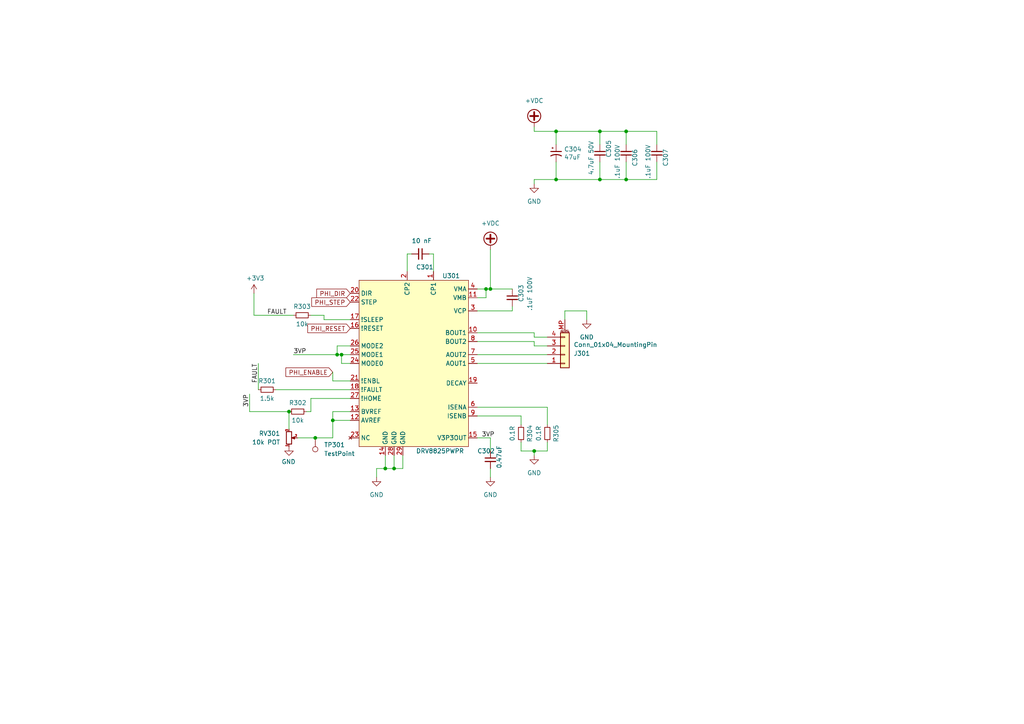
<source format=kicad_sch>
(kicad_sch (version 20250114) (generator "eeschema") (generator_version "9.0")
  (paper "A4")
  (lib_symbols
    (symbol "Connector:TestPoint" (pin_numbers (hide yes)) (pin_names (offset 0.762) (hide yes))
      (property "Reference" "TP" (at 0 6.858 0))
      (property "Value" "TestPoint" (at 0 5.08 0))
      (symbol "TestPoint_0_1"
        (circle (center 0 3.302) (radius 0.762))
      )
      (symbol "TestPoint_1_1"
        (pin passive line (at 0 0 90) (length 2.54) (name "1") (number "1"))
      )
    )
    (symbol "Connector_Generic_MountingPin:Conn_01x04_MountingPin" (pin_names (offset 1.016) (hide yes))
      (property "Reference" "J" (at 0 5.08 0))
      (property "Value" "Conn_01x04_MountingPin" (at 1.27 -7.62 0))
      (symbol "Conn_01x04_MountingPin_1_1"
        (rectangle (start -1.27 3.81) (end 1.27 -6.35) (stroke (width 0.254)) (fill (type background)))
        (rectangle (start -1.27 2.667) (end 0 2.413) (stroke (width 0.1524)))
        (rectangle (start -1.27 0.127) (end 0 -0.127) (stroke (width 0.1524)))
        (rectangle (start -1.27 -2.413) (end 0 -2.667) (stroke (width 0.1524)))
        (rectangle (start -1.27 -4.953) (end 0 -5.207) (stroke (width 0.1524)))
        (polyline (pts (xy -1.016 -7.112) (xy 1.016 -7.112)) (stroke (width 0.1524)))
        (text "Mounting" (at 0 -6.731 0) (effects (font (size 0.381 0.381))))
        (pin passive line (at -5.08 2.54 0) (length 3.81) (name "Pin_1") (number "1"))
        (pin passive line (at -5.08 0 0) (length 3.81) (name "Pin_2") (number "2"))
        (pin passive line (at -5.08 -2.54 0) (length 3.81) (name "Pin_3") (number "3"))
        (pin passive line (at -5.08 -5.08 0) (length 3.81) (name "Pin_4") (number "4"))
        (pin passive line (at 0 -10.16 90) (length 3.048) (name "MountPin") (number "MP"))
      )
    )
    (symbol "Device:CP1_Small" (pin_numbers (hide yes)) (pin_names (offset 0.254) (hide yes))
      (property "Reference" "C" (at 0.254 1.778 0))
      (property "Value" "CP1_Small" (at 0.254 -2.032 0))
      (symbol "CP1_Small_0_1"
        (polyline (pts (xy -1.524 0.508) (xy 1.524 0.508)) (stroke (width 0.3048)))
        (polyline (pts (xy -1.27 1.524) (xy -0.762 1.524)))
        (polyline (pts (xy -1.016 1.27) (xy -1.016 1.778)))
        (arc (start -1.524 -0.762) (mid 0 -0.3734) (end 1.524 -0.762) (stroke (width 0.3048)))
      )
      (symbol "CP1_Small_1_1"
        (pin passive line (at 0 2.54 270) (length 2.032) (name "~") (number "1"))
        (pin passive line (at 0 -2.54 90) (length 2.032) (name "~") (number "2"))
      )
    )
    (symbol "Device:C_Small" (pin_numbers (hide yes)) (pin_names (offset 0.254) (hide yes))
      (property "Reference" "C" (at 0.254 1.778 0))
      (property "Value" "C_Small" (at 0.254 -2.032 0))
      (symbol "C_Small_0_1"
        (polyline (pts (xy -1.524 0.508) (xy 1.524 0.508)) (stroke (width 0.3048)))
        (polyline (pts (xy -1.524 -0.508) (xy 1.524 -0.508)) (stroke (width 0.3302)))
      )
      (symbol "C_Small_1_1"
        (pin passive line (at 0 2.54 270) (length 2.032) (name "~") (number "1"))
        (pin passive line (at 0 -2.54 90) (length 2.032) (name "~") (number "2"))
      )
    )
    (symbol "Device:R_POT_Small" (pin_names (offset 1.016) (hide yes))
      (property "Reference" "RV" (at -4.445 0 90))
      (property "Value" "R_POT_Small" (at -2.54 0 90))
      (symbol "R_POT_Small_0_1"
        (rectangle (start 0.762 1.8034) (end -0.762 -1.8034) (stroke (width 0.254)))
        (polyline (pts (xy 0.889 0) (xy 0.635 0) (xy 1.651 0.381) (xy 1.651 -0.381) (xy 0.635 0) (xy 0.889 0)) (fill (type outline)))
      )
      (symbol "R_POT_Small_1_1"
        (pin passive line (at 0 2.54 270) (length 0.635) (name "1") (number "1"))
        (pin passive line (at 0 -2.54 90) (length 0.635) (name "3") (number "3"))
        (pin passive line (at 2.54 0 180) (length 0.9906) (name "2") (number "2"))
      )
    )
    (symbol "Device:R_Small" (pin_numbers (hide yes)) (pin_names (offset 0.254) (hide yes))
      (property "Reference" "R" (at 0.762 0.508 0))
      (property "Value" "R_Small" (at 0.762 -1.016 0))
      (symbol "R_Small_0_1"
        (rectangle (start -0.762 1.778) (end 0.762 -1.778) (stroke (width 0.2032)))
      )
      (symbol "R_Small_1_1"
        (pin passive line (at 0 2.54 270) (length 0.762) (name "~") (number "1"))
        (pin passive line (at 0 -2.54 90) (length 0.762) (name "~") (number "2"))
      )
    )
    (symbol "Driver_Motor:DRV8825PWPR"
      (property "Reference" "U1" (at 7.62 21.59 0))
      (property "Value" "DRV8825PWPR" (at 0 -29.21 0))
      (symbol "DRV8825PWPR_0_0"
        (pin input line (at -19.05 16.51 0) (length 2.54) (name "DIR") (number "20"))
        (pin input line (at -19.05 13.97 0) (length 2.54) (name "STEP") (number "22"))
        (pin input line (at -19.05 8.89 0) (length 2.54) (name "!SLEEP") (number "17"))
        (pin input line (at -19.05 6.35 0) (length 2.54) (name "!RESET") (number "16"))
        (pin input line (at -19.05 1.27 0) (length 2.54) (name "MODE2") (number "26"))
        (pin input line (at -19.05 -1.27 0) (length 2.54) (name "MODE1") (number "25"))
        (pin input line (at -19.05 -3.81 0) (length 2.54) (name "MODE0") (number "24"))
        (pin input line (at -19.05 -8.89 0) (length 2.54) (name "!ENBL") (number "21"))
        (pin input line (at -19.05 -11.43 0) (length 2.54) (name "!FAULT") (number "18"))
        (pin input line (at -19.05 -13.97 0) (length 2.54) (name "!HOME") (number "27"))
        (pin input line (at -19.05 -17.78 0) (length 2.54) (name "BVREF") (number "13"))
        (pin input line (at -19.05 -20.32 0) (length 2.54) (name "AVREF") (number "12"))
        (pin no_connect line (at -19.05 -25.4 0) (length 2.54) (name "NC") (number "23"))
        (pin input line (at -8.89 -30.48 90) (length 2.54) (name "GND") (number "14"))
        (pin input line (at -6.35 -30.48 90) (length 2.54) (name "GND") (number "28"))
        (pin input line (at -3.81 -30.48 90) (length 2.54) (name "GND") (number "29"))
        (pin passive line (at -2.54 22.86 270) (length 2.54) (name "CP2") (number "2"))
        (pin passive line (at 5.08 22.86 270) (length 2.54) (name "CP1") (number "1"))
        (pin power_in line (at 17.78 17.78 180) (length 2.54) (name "VMA") (number "4"))
        (pin power_in line (at 17.78 15.24 180) (length 2.54) (name "VMB") (number "11"))
        (pin power_in line (at 17.78 11.43 180) (length 2.54) (name "VCP") (number "3"))
        (pin output line (at 17.78 5.08 180) (length 2.54) (name "BOUT1") (number "10"))
        (pin output line (at 17.78 2.54 180) (length 2.54) (name "BOUT2") (number "8"))
        (pin output line (at 17.78 -1.27 180) (length 2.54) (name "AOUT2") (number "7"))
        (pin output line (at 17.78 -3.81 180) (length 2.54) (name "AOUT1") (number "5"))
        (pin input line (at 17.78 -9.525 180) (length 2.54) (name "DECAY") (number "19"))
        (pin input line (at 17.78 -16.51 180) (length 2.54) (name "ISENA") (number "6"))
        (pin input line (at 17.78 -19.05 180) (length 2.54) (name "ISENB") (number "9"))
        (pin input line (at 17.78 -25.4 180) (length 2.54) (name "V3P3OUT") (number "15"))
      )
      (symbol "DRV8825PWPR_0_1"
        (rectangle (start -16.51 20.32) (end 15.24 -27.94) (fill (type background)))
      )
    )
    (symbol "power:+3.3V" (power) (pin_names (offset 0))
      (property "Value" "+3.3V" (at 0 3.556 0))
      (symbol "+3.3V_0_1"
        (polyline (pts (xy -0.762 1.27) (xy 0 2.54)))
        (polyline (pts (xy 0 2.54) (xy 0.762 1.27)))
        (polyline (pts (xy 0 0) (xy 0 2.54)))
      )
      (symbol "+3.3V_1_1"
        (pin power_in line (at 0 0 90) (length 0) (hide yes) (name "+3V3") (number "1"))
      )
    )
    (symbol "power:+VDC" (power) (pin_names (offset 0))
      (property "Value" "+VDC" (at 0 6.35 0))
      (symbol "+VDC_0_1"
        (polyline (pts (xy -1.143 3.175) (xy 1.143 3.175)) (stroke (width 0.508)))
        (circle (center 0 3.175) (radius 1.905) (stroke (width 0.254)))
        (polyline (pts (xy 0 2.032) (xy 0 4.318)) (stroke (width 0.508)))
        (polyline (pts (xy 0 0) (xy 0 1.27)))
      )
      (symbol "+VDC_1_1"
        (pin power_in line (at 0 0 90) (length 0) (hide yes) (name "+VDC") (number "1"))
      )
    )
    (symbol "power:GND" (power) (pin_names (offset 0))
      (property "Value" "GND" (at 0 -3.81 0))
      (symbol "GND_0_1"
        (polyline (pts (xy 0 0) (xy 0 -1.27) (xy 1.27 -1.27) (xy 0 -2.54) (xy -1.27 -1.27) (xy 0 -1.27)))
      )
      (symbol "GND_1_1"
        (pin power_in line (at 0 0 270) (length 0) (hide yes) (name "GND") (number "1"))
      )
    )
  )
  (junction (at 83.82 119.38))
  (junction (at 181.61 52.07))
  (junction (at 181.61 38.1))
  (junction (at 97.79 102.87))
  (junction (at 96.52 121.92))
  (junction (at 161.29 52.07))
  (junction (at 173.99 38.1))
  (junction (at 173.99 52.07))
  (junction (at 142.24 83.82))
  (junction (at 161.29 38.1))
  (junction (at 111.76 135.89))
  (junction (at 99.06 102.87))
  (junction (at 154.94 130.81))
  (junction (at 140.97 83.82))
  (junction (at 91.44 127))
  (junction (at 114.3 135.89))
  (wire (pts (xy 158.75 130.81) (xy 158.75 128.27)))
  (wire (pts (xy 154.94 130.81) (xy 158.75 130.81)))
  (wire (pts (xy 91.44 127) (xy 96.52 127)))
  (wire (pts (xy 80.01 113.03) (xy 101.6 113.03)))
  (wire (pts (xy 97.79 102.87) (xy 99.06 102.87)))
  (wire (pts (xy 114.3 132.08) (xy 114.3 135.89)))
  (wire (pts (xy 181.61 46.99) (xy 181.61 52.07)))
  (wire (pts (xy 114.3 135.89) (xy 111.76 135.89)))
  (wire (pts (xy 151.13 128.27) (xy 151.13 130.81)))
  (wire (pts (xy 99.06 102.87) (xy 101.6 102.87)))
  (wire (pts (xy 96.52 119.38) (xy 96.52 121.92)))
  (wire (pts (xy 142.24 135.89) (xy 142.24 138.43)))
  (wire (pts (xy 142.24 83.82) (xy 140.97 83.82)))
  (wire (pts (xy 111.76 135.89) (xy 109.22 135.89)))
  (wire (pts (xy 154.94 38.1) (xy 161.29 38.1)))
  (wire (pts (xy 140.97 86.36) (xy 140.97 83.82)))
  (wire (pts (xy 140.97 83.82) (xy 138.43 83.82)))
  (wire (pts (xy 148.59 90.17) (xy 138.43 90.17)))
  (wire (pts (xy 90.17 115.57) (xy 101.6 115.57)))
  (wire (pts (xy 74.93 105.41) (xy 74.93 113.03)))
  (wire (pts (xy 173.99 46.99) (xy 173.99 52.07)))
  (wire (pts (xy 90.17 119.38) (xy 88.9 119.38)))
  (wire (pts (xy 158.75 118.11) (xy 158.75 123.19)))
  (wire (pts (xy 173.99 38.1) (xy 173.99 41.91)))
  (wire (pts (xy 101.6 105.41) (xy 99.06 105.41)))
  (wire (pts (xy 125.73 78.74) (xy 125.73 73.66)))
  (wire (pts (xy 125.73 73.66) (xy 124.46 73.66)))
  (wire (pts (xy 138.43 118.11) (xy 158.75 118.11)))
  (wire (pts (xy 138.43 86.36) (xy 140.97 86.36)))
  (wire (pts (xy 170.18 90.17) (xy 170.18 92.71)))
  (wire (pts (xy 138.43 96.52) (xy 154.94 96.52)))
  (wire (pts (xy 154.94 100.33) (xy 158.75 100.33)))
  (wire (pts (xy 118.11 73.66) (xy 119.38 73.66)))
  (wire (pts (xy 138.43 120.65) (xy 151.13 120.65)))
  (wire (pts (xy 85.09 102.87) (xy 97.79 102.87)))
  (wire (pts (xy 181.61 52.07) (xy 190.5 52.07)))
  (wire (pts (xy 151.13 130.81) (xy 154.94 130.81)))
  (wire (pts (xy 96.52 121.92) (xy 96.52 127)))
  (wire (pts (xy 111.76 132.08) (xy 111.76 135.89)))
  (wire (pts (xy 154.94 52.07) (xy 161.29 52.07)))
  (wire (pts (xy 154.94 96.52) (xy 154.94 97.79)))
  (wire (pts (xy 148.59 88.9) (xy 148.59 90.17)))
  (wire (pts (xy 161.29 38.1) (xy 173.99 38.1)))
  (wire (pts (xy 72.39 114.3) (xy 72.39 119.38)))
  (wire (pts (xy 161.29 46.99) (xy 161.29 52.07)))
  (wire (pts (xy 161.29 52.07) (xy 173.99 52.07)))
  (wire (pts (xy 138.43 127) (xy 142.24 127)))
  (wire (pts (xy 96.52 121.92) (xy 101.6 121.92)))
  (wire (pts (xy 138.43 99.06) (xy 154.94 99.06)))
  (wire (pts (xy 154.94 36.83) (xy 154.94 38.1)))
  (wire (pts (xy 148.59 83.82) (xy 142.24 83.82)))
  (wire (pts (xy 99.06 105.41) (xy 99.06 102.87)))
  (wire (pts (xy 73.66 91.44) (xy 85.09 91.44)))
  (wire (pts (xy 73.66 91.44) (xy 73.66 85.09)))
  (wire (pts (xy 138.43 102.87) (xy 158.75 102.87)))
  (wire (pts (xy 190.5 38.1) (xy 190.5 41.91)))
  (wire (pts (xy 154.94 53.34) (xy 154.94 52.07)))
  (wire (pts (xy 163.83 92.71) (xy 163.83 90.17)))
  (wire (pts (xy 154.94 130.81) (xy 154.94 132.08)))
  (wire (pts (xy 72.39 119.38) (xy 83.82 119.38)))
  (wire (pts (xy 173.99 52.07) (xy 181.61 52.07)))
  (wire (pts (xy 93.98 92.71) (xy 93.98 91.44)))
  (wire (pts (xy 173.99 38.1) (xy 181.61 38.1)))
  (wire (pts (xy 97.79 100.33) (xy 97.79 102.87)))
  (wire (pts (xy 101.6 119.38) (xy 96.52 119.38)))
  (wire (pts (xy 101.6 92.71) (xy 93.98 92.71)))
  (wire (pts (xy 190.5 52.07) (xy 190.5 46.99)))
  (wire (pts (xy 101.6 100.33) (xy 97.79 100.33)))
  (wire (pts (xy 151.13 120.65) (xy 151.13 123.19)))
  (wire (pts (xy 118.11 78.74) (xy 118.11 73.66)))
  (wire (pts (xy 163.83 90.17) (xy 170.18 90.17)))
  (wire (pts (xy 96.52 110.49) (xy 96.52 107.95)))
  (wire (pts (xy 181.61 38.1) (xy 181.61 41.91)))
  (wire (pts (xy 93.98 91.44) (xy 90.17 91.44)))
  (wire (pts (xy 90.17 115.57) (xy 90.17 119.38)))
  (wire (pts (xy 83.82 119.38) (xy 83.82 124.46)))
  (wire (pts (xy 138.43 105.41) (xy 158.75 105.41)))
  (wire (pts (xy 101.6 110.49) (xy 96.52 110.49)))
  (wire (pts (xy 116.84 132.08) (xy 116.84 135.89)))
  (wire (pts (xy 109.22 135.89) (xy 109.22 138.43)))
  (wire (pts (xy 86.36 127) (xy 91.44 127)))
  (wire (pts (xy 142.24 127) (xy 142.24 130.81)))
  (wire (pts (xy 181.61 38.1) (xy 190.5 38.1)))
  (wire (pts (xy 161.29 38.1) (xy 161.29 41.91)))
  (wire (pts (xy 116.84 135.89) (xy 114.3 135.89)))
  (wire (pts (xy 142.24 72.39) (xy 142.24 83.82)))
  (wire (pts (xy 154.94 99.06) (xy 154.94 100.33)))
  (wire (pts (xy 154.94 97.79) (xy 158.75 97.79)))
  (label "FAULT" (at 77.47 91.44 0))
  (label "FAULT" (at 74.93 105.41 270))
  (label "3VP" (at 85.09 102.87 0))
  (label "3VP" (at 72.39 114.3 270))
  (label "3VP" (at 139.7 127 0))
  (global_label "PHI_DIR" (shape input) (at 101.6 85.09 180) (property "Intersheetrefs" "${INTERSHEET_REFS}" (effects (hide yes))))
  (global_label "PHI_STEP" (shape input) (at 101.6 87.63 180) (property "Intersheetrefs" "${INTERSHEET_REFS}" (effects (hide yes))))
  (global_label "PHI_ENABLE" (shape input) (at 96.52 107.95 180) (property "Intersheetrefs" "${INTERSHEET_REFS}" (effects (hide yes))))
  (global_label "PHI_RESET" (shape input) (at 101.6 95.25 180) (property "Intersheetrefs" "${INTERSHEET_REFS}" (effects (hide yes))))
  (symbol (lib_id "Connector:TestPoint") (at 91.44 127 180) (unit 1)
    (property "Reference" "TP301" (at 93.98 129.0319 0) (effects (justify right)))
    (property "Value" "TestPoint" (at 93.98 131.5719 0) (effects (justify right)))
    (property "Footprint" "TestPoint:TestPoint_THTPad_D1.0mm_Drill0.5mm" (effects (hide yes)))
  )
  (symbol (lib_id "Device:CP1_Small") (at 161.29 44.45 0) (unit 1)
    (property "Reference" "C304" (at 163.6014 43.2816 0) (effects (justify left)))
    (property "Value" "47uF" (at 163.6014 45.593 0) (effects (justify left)))
    (property "Footprint" "Capacitor_SMD:CP_Elec_6.3x7.7" (effects (hide yes)))
  )
  (symbol (lib_id "power:GND") (at 154.94 132.08 0) (unit 1)
    (property "Reference" "#PWR0308" (effects (hide yes)))
    (property "Value" "GND" (at 154.94 137.16 0))
  )
  (symbol (lib_id "power:GND") (at 142.24 138.43 0) (unit 1)
    (property "Reference" "#PWR0305" (effects (hide yes)))
    (property "Value" "GND" (at 142.24 143.51 0))
  )
  (symbol (lib_id "Device:C_Small") (at 148.59 86.36 0) (unit 1)
    (property "Reference" "C303" (at 151.13 87.63 90) (effects (justify left)))
    (property "Value" ".1uF 100V" (at 153.67 90.17 90) (effects (justify left)))
    (property "Footprint" "Capacitor_SMD:C_0805_2012Metric" (effects (hide yes)))
  )
  (symbol (lib_id "Device:C_Small") (at 142.24 133.35 0) (unit 1)
    (property "Reference" "C302" (at 138.43 130.81 0) (effects (justify left)))
    (property "Value" "0.47uF" (at 144.78 135.89 90) (effects (justify left)))
    (property "Footprint" "Capacitor_SMD:C_0603_1608Metric" (effects (hide yes)))
  )
  (symbol (lib_id "Device:R_Small") (at 77.47 113.03 270) (unit 1)
    (property "Reference" "R301" (at 77.47 110.49 90))
    (property "Value" "1.5k" (at 77.47 115.57 90))
    (property "Footprint" "Resistor_SMD:R_0603_1608Metric" (effects (hide yes)))
  )
  (symbol (lib_id "power:GND") (at 170.18 92.71 0) (unit 1)
    (property "Reference" "#PWR0309" (effects (hide yes)))
    (property "Value" "GND" (at 170.18 97.79 0))
  )
  (symbol (lib_id "Device:R_POT_Small") (at 83.82 127 0) (mirror x) (unit 1)
    (property "Reference" "RV301" (at 81.28 125.73 0) (effects (justify right)))
    (property "Value" "10k POT" (at 81.28 128.27 0) (effects (justify right)))
    (property "Footprint" "Potentiometer_SMD:Potentiometer_Bourns_TC33X_Vertical" (effects (hide yes)))
  )
  (symbol (lib_id "Device:R_Small") (at 87.63 91.44 270) (unit 1)
    (property "Reference" "R303" (at 87.63 88.9 90))
    (property "Value" "10k" (at 87.63 93.98 90))
    (property "Footprint" "Resistor_SMD:R_0603_1608Metric" (effects (hide yes)))
  )
  (symbol (lib_id "Device:C_Small") (at 181.61 44.45 180) (unit 1)
    (property "Reference" "C306" (at 184.15 43.18 90) (effects (justify left)))
    (property "Value" ".1uF 100V" (at 179.07 41.91 90) (effects (justify left)))
    (property "Footprint" "Capacitor_SMD:C_0805_2012Metric" (effects (hide yes)))
  )
  (symbol (lib_id "power:+VDC") (at 154.94 36.83 0) (unit 1)
    (property "Reference" "#PWR0306" (effects (hide yes)))
    (property "Value" "+VDC" (at 154.94 29.21 0))
  )
  (symbol (lib_id "Device:C_Small") (at 173.99 44.45 0) (unit 1)
    (property "Reference" "C305" (at 176.53 45.72 90) (effects (justify left)))
    (property "Value" "4.7uF 50V" (at 171.45 50.8 90) (effects (justify left)))
    (property "Footprint" "Capacitor_SMD:C_0805_2012Metric" (effects (hide yes)))
  )
  (symbol (lib_id "power:GND") (at 154.94 53.34 0) (unit 1)
    (property "Reference" "#PWR0307" (effects (hide yes)))
    (property "Value" "GND" (at 154.94 58.42 0))
  )
  (symbol (lib_id "power:+3.3V") (at 73.66 85.09 0) (unit 1)
    (property "Reference" "#PWR0301" (effects (hide yes)))
    (property "Value" "+3V3" (at 74.041 80.6958 0))
  )
  (symbol (lib_id "Device:R_Small") (at 151.13 125.73 180) (unit 1)
    (property "Reference" "R304" (at 153.67 125.73 90))
    (property "Value" "0.1R" (at 148.59 125.73 90))
    (property "Footprint" "Resistor_SMD:R_0805_2012Metric" (effects (hide yes)))
  )
  (symbol (lib_id "Driver_Motor:DRV8825PWPR") (at 120.65 101.6 0) (unit 1)
    (property "Reference" "U301" (at 128.27 80.01 0) (effects (justify left)))
    (property "Value" "DRV8825PWPR" (at 120.65 130.81 0) (effects (justify left)))
    (property "Footprint" "Package_SO:HTSSOP-28-1EP_4.4x9.7mm_P0.65mm_EP3.4x9.5mm_ThermalVias" (effects (hide yes)))
  )
  (symbol (lib_id "Device:C_Small") (at 190.5 44.45 180) (unit 1)
    (property "Reference" "C307" (at 193.04 43.18 90) (effects (justify left)))
    (property "Value" ".1uF 100V" (at 187.96 41.91 90) (effects (justify left)))
    (property "Footprint" "Capacitor_SMD:C_0805_2012Metric" (effects (hide yes)))
  )
  (symbol (lib_id "Device:R_Small") (at 158.75 125.73 180) (unit 1)
    (property "Reference" "R305" (at 161.29 125.73 90))
    (property "Value" "0.1R" (at 156.21 125.73 90))
    (property "Footprint" "Resistor_SMD:R_0805_2012Metric" (effects (hide yes)))
  )
  (symbol (lib_id "Device:R_Small") (at 86.36 119.38 270) (unit 1)
    (property "Reference" "R302" (at 86.36 116.84 90))
    (property "Value" "10k" (at 86.36 121.92 90))
    (property "Footprint" "Resistor_SMD:R_0603_1608Metric" (effects (hide yes)))
  )
  (symbol (lib_id "power:GND") (at 83.82 129.54 0) (mirror y) (unit 1)
    (property "Reference" "#PWR0302" (effects (hide yes)))
    (property "Value" "GND" (at 83.693 133.9342 0))
  )
  (symbol (lib_id "Device:C_Small") (at 121.92 73.66 270) (unit 1)
    (property "Reference" "C301" (at 120.65 77.47 90) (effects (justify left)))
    (property "Value" "10 nF" (at 119.38 69.85 90) (effects (justify left)))
    (property "Footprint" "Capacitor_SMD:C_0603_1608Metric" (effects (hide yes)))
  )
  (symbol (lib_id "power:GND") (at 109.22 138.43 0) (unit 1)
    (property "Reference" "#PWR0303" (effects (hide yes)))
    (property "Value" "GND" (at 109.22 143.51 0))
  )
  (symbol (lib_id "Connector_Generic_MountingPin:Conn_01x04_MountingPin") (at 163.83 102.87 0) (mirror x) (unit 1)
    (property "Reference" "J301" (at 166.37 102.5145 0) (effects (justify left)))
    (property "Value" "Conn_01x04_MountingPin" (at 166.37 99.9745 0) (effects (justify left)))
    (property "Footprint" "Connector_JST:JST_PH_B4B-PH-SM4-TB_1x04-1MP_P2.00mm_Vertical" (effects (hide yes)))
  )
  (symbol (lib_id "power:+VDC") (at 142.24 72.39 0) (unit 1)
    (property "Reference" "#PWR0304" (effects (hide yes)))
    (property "Value" "+VDC" (at 142.24 64.77 0))
  )
)
</source>
